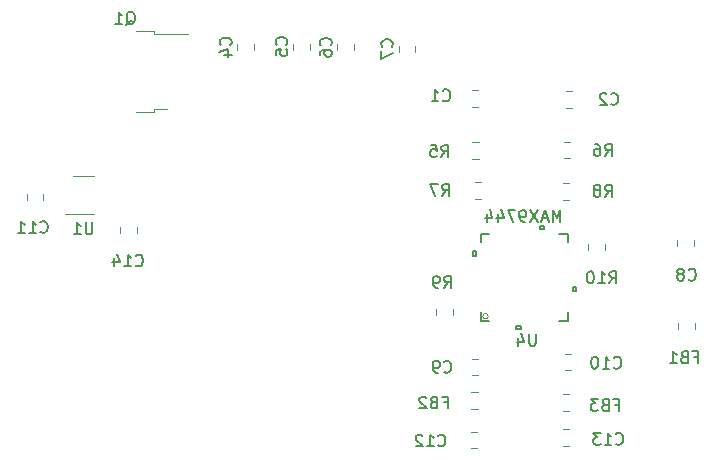
<source format=gbr>
G04 #@! TF.GenerationSoftware,KiCad,Pcbnew,(5.1.6)-1*
G04 #@! TF.CreationDate,2021-07-19T19:51:57-05:00*
G04 #@! TF.ProjectId,SimpleBuildSoundsAmp,53696d70-6c65-4427-9569-6c64536f756e,rev?*
G04 #@! TF.SameCoordinates,Original*
G04 #@! TF.FileFunction,Legend,Bot*
G04 #@! TF.FilePolarity,Positive*
%FSLAX46Y46*%
G04 Gerber Fmt 4.6, Leading zero omitted, Abs format (unit mm)*
G04 Created by KiCad (PCBNEW (5.1.6)-1) date 2021-07-19 19:51:57*
%MOMM*%
%LPD*%
G01*
G04 APERTURE LIST*
%ADD10C,0.120000*%
%ADD11C,0.152400*%
%ADD12C,0.150000*%
G04 APERTURE END LIST*
D10*
X181636252Y-55165000D02*
X181113748Y-55165000D01*
X181636252Y-56585000D02*
X181113748Y-56585000D01*
X189113748Y-55240000D02*
X189636252Y-55240000D01*
X189113748Y-56660000D02*
X189636252Y-56660000D01*
X162685000Y-51263748D02*
X162685000Y-51786252D01*
X161265000Y-51263748D02*
X161265000Y-51786252D01*
X167410000Y-51238748D02*
X167410000Y-51761252D01*
X165990000Y-51238748D02*
X165990000Y-51761252D01*
X169740000Y-51288748D02*
X169740000Y-51811252D01*
X171160000Y-51288748D02*
X171160000Y-51811252D01*
X176335000Y-51413748D02*
X176335000Y-51936252D01*
X174915000Y-51413748D02*
X174915000Y-51936252D01*
X198515000Y-67863748D02*
X198515000Y-68386252D01*
X199935000Y-67863748D02*
X199935000Y-68386252D01*
X181113748Y-79335000D02*
X181636252Y-79335000D01*
X181113748Y-77915000D02*
X181636252Y-77915000D01*
X188963748Y-77490000D02*
X189486252Y-77490000D01*
X188963748Y-78910000D02*
X189486252Y-78910000D01*
X181013748Y-85510000D02*
X181536252Y-85510000D01*
X181013748Y-84090000D02*
X181536252Y-84090000D01*
X188863748Y-85310000D02*
X189386252Y-85310000D01*
X188863748Y-83890000D02*
X189386252Y-83890000D01*
X198590000Y-74913748D02*
X198590000Y-75436252D01*
X200010000Y-74913748D02*
X200010000Y-75436252D01*
X181088748Y-82160000D02*
X181611252Y-82160000D01*
X181088748Y-80740000D02*
X181611252Y-80740000D01*
X188863748Y-80890000D02*
X189386252Y-80890000D01*
X188863748Y-82310000D02*
X189386252Y-82310000D01*
X154220000Y-56780000D02*
X155320000Y-56780000D01*
X154220000Y-57050000D02*
X154220000Y-56780000D01*
X152720000Y-57050000D02*
X154220000Y-57050000D01*
X154220000Y-50420000D02*
X157050000Y-50420000D01*
X154220000Y-50150000D02*
X154220000Y-50420000D01*
X152720000Y-50150000D02*
X154220000Y-50150000D01*
X181163748Y-61035000D02*
X181686252Y-61035000D01*
X181163748Y-59615000D02*
X181686252Y-59615000D01*
X189436252Y-60960000D02*
X188913748Y-60960000D01*
X189436252Y-59540000D02*
X188913748Y-59540000D01*
X181911252Y-62940000D02*
X181388748Y-62940000D01*
X181911252Y-64360000D02*
X181388748Y-64360000D01*
X188813748Y-63040000D02*
X189336252Y-63040000D01*
X188813748Y-64460000D02*
X189336252Y-64460000D01*
X178090000Y-73738748D02*
X178090000Y-74261252D01*
X179510000Y-73738748D02*
X179510000Y-74261252D01*
X190965000Y-68711252D02*
X190965000Y-68188748D01*
X192385000Y-68711252D02*
X192385000Y-68188748D01*
D11*
X185240501Y-75139800D02*
X184859501Y-75139800D01*
X185240501Y-75393800D02*
X185240501Y-75139800D01*
X184859501Y-75393800D02*
X185240501Y-75393800D01*
X184859501Y-75139800D02*
X184859501Y-75393800D01*
X189664800Y-72215501D02*
X189918800Y-72215501D01*
X189664800Y-71834501D02*
X189664800Y-72215501D01*
X189918800Y-71834501D02*
X189664800Y-71834501D01*
X189918800Y-72215501D02*
X189918800Y-71834501D01*
X187240500Y-66910200D02*
X186859500Y-66910200D01*
X187240500Y-66656200D02*
X187240500Y-66910200D01*
X186859500Y-66656200D02*
X187240500Y-66656200D01*
X186859500Y-66910200D02*
X186859500Y-66656200D01*
X181435200Y-69215499D02*
X181181200Y-69215499D01*
X181435200Y-68834499D02*
X181435200Y-69215499D01*
X181181200Y-68834499D02*
X181435200Y-68834499D01*
X181181200Y-69215499D02*
X181181200Y-68834499D01*
X182590260Y-74708000D02*
X181867000Y-74708000D01*
X189233000Y-73984740D02*
X189233000Y-74708000D01*
X188509740Y-67342000D02*
X189233000Y-67342000D01*
X181867000Y-68065260D02*
X181867000Y-67342000D01*
X181867000Y-74708000D02*
X181867000Y-73984740D01*
X189233000Y-74708000D02*
X188509740Y-74708000D01*
X189233000Y-67342000D02*
X189233000Y-68065260D01*
X181867000Y-67342000D02*
X182590260Y-67342000D01*
D10*
X182501455Y-74324460D02*
G75*
G03*
X182501455Y-74324460I-230595J0D01*
G01*
X143415000Y-64486252D02*
X143415000Y-63963748D01*
X144835000Y-64486252D02*
X144835000Y-63963748D01*
X152785000Y-67261252D02*
X152785000Y-66738748D01*
X151365000Y-67261252D02*
X151365000Y-66738748D01*
X149125000Y-65635000D02*
X146675000Y-65635000D01*
X147325000Y-62415000D02*
X149125000Y-62415000D01*
D12*
X178666666Y-56032142D02*
X178714285Y-56079761D01*
X178857142Y-56127380D01*
X178952380Y-56127380D01*
X179095238Y-56079761D01*
X179190476Y-55984523D01*
X179238095Y-55889285D01*
X179285714Y-55698809D01*
X179285714Y-55555952D01*
X179238095Y-55365476D01*
X179190476Y-55270238D01*
X179095238Y-55175000D01*
X178952380Y-55127380D01*
X178857142Y-55127380D01*
X178714285Y-55175000D01*
X178666666Y-55222619D01*
X177714285Y-56127380D02*
X178285714Y-56127380D01*
X178000000Y-56127380D02*
X178000000Y-55127380D01*
X178095238Y-55270238D01*
X178190476Y-55365476D01*
X178285714Y-55413095D01*
X192891666Y-56332142D02*
X192939285Y-56379761D01*
X193082142Y-56427380D01*
X193177380Y-56427380D01*
X193320238Y-56379761D01*
X193415476Y-56284523D01*
X193463095Y-56189285D01*
X193510714Y-55998809D01*
X193510714Y-55855952D01*
X193463095Y-55665476D01*
X193415476Y-55570238D01*
X193320238Y-55475000D01*
X193177380Y-55427380D01*
X193082142Y-55427380D01*
X192939285Y-55475000D01*
X192891666Y-55522619D01*
X192510714Y-55522619D02*
X192463095Y-55475000D01*
X192367857Y-55427380D01*
X192129761Y-55427380D01*
X192034523Y-55475000D01*
X191986904Y-55522619D01*
X191939285Y-55617857D01*
X191939285Y-55713095D01*
X191986904Y-55855952D01*
X192558333Y-56427380D01*
X191939285Y-56427380D01*
X160682142Y-51358333D02*
X160729761Y-51310714D01*
X160777380Y-51167857D01*
X160777380Y-51072619D01*
X160729761Y-50929761D01*
X160634523Y-50834523D01*
X160539285Y-50786904D01*
X160348809Y-50739285D01*
X160205952Y-50739285D01*
X160015476Y-50786904D01*
X159920238Y-50834523D01*
X159825000Y-50929761D01*
X159777380Y-51072619D01*
X159777380Y-51167857D01*
X159825000Y-51310714D01*
X159872619Y-51358333D01*
X160110714Y-52215476D02*
X160777380Y-52215476D01*
X159729761Y-51977380D02*
X160444047Y-51739285D01*
X160444047Y-52358333D01*
X165407142Y-51333333D02*
X165454761Y-51285714D01*
X165502380Y-51142857D01*
X165502380Y-51047619D01*
X165454761Y-50904761D01*
X165359523Y-50809523D01*
X165264285Y-50761904D01*
X165073809Y-50714285D01*
X164930952Y-50714285D01*
X164740476Y-50761904D01*
X164645238Y-50809523D01*
X164550000Y-50904761D01*
X164502380Y-51047619D01*
X164502380Y-51142857D01*
X164550000Y-51285714D01*
X164597619Y-51333333D01*
X164502380Y-52238095D02*
X164502380Y-51761904D01*
X164978571Y-51714285D01*
X164930952Y-51761904D01*
X164883333Y-51857142D01*
X164883333Y-52095238D01*
X164930952Y-52190476D01*
X164978571Y-52238095D01*
X165073809Y-52285714D01*
X165311904Y-52285714D01*
X165407142Y-52238095D01*
X165454761Y-52190476D01*
X165502380Y-52095238D01*
X165502380Y-51857142D01*
X165454761Y-51761904D01*
X165407142Y-51714285D01*
X169157142Y-51383333D02*
X169204761Y-51335714D01*
X169252380Y-51192857D01*
X169252380Y-51097619D01*
X169204761Y-50954761D01*
X169109523Y-50859523D01*
X169014285Y-50811904D01*
X168823809Y-50764285D01*
X168680952Y-50764285D01*
X168490476Y-50811904D01*
X168395238Y-50859523D01*
X168300000Y-50954761D01*
X168252380Y-51097619D01*
X168252380Y-51192857D01*
X168300000Y-51335714D01*
X168347619Y-51383333D01*
X168252380Y-52240476D02*
X168252380Y-52050000D01*
X168300000Y-51954761D01*
X168347619Y-51907142D01*
X168490476Y-51811904D01*
X168680952Y-51764285D01*
X169061904Y-51764285D01*
X169157142Y-51811904D01*
X169204761Y-51859523D01*
X169252380Y-51954761D01*
X169252380Y-52145238D01*
X169204761Y-52240476D01*
X169157142Y-52288095D01*
X169061904Y-52335714D01*
X168823809Y-52335714D01*
X168728571Y-52288095D01*
X168680952Y-52240476D01*
X168633333Y-52145238D01*
X168633333Y-51954761D01*
X168680952Y-51859523D01*
X168728571Y-51811904D01*
X168823809Y-51764285D01*
X174332142Y-51508333D02*
X174379761Y-51460714D01*
X174427380Y-51317857D01*
X174427380Y-51222619D01*
X174379761Y-51079761D01*
X174284523Y-50984523D01*
X174189285Y-50936904D01*
X173998809Y-50889285D01*
X173855952Y-50889285D01*
X173665476Y-50936904D01*
X173570238Y-50984523D01*
X173475000Y-51079761D01*
X173427380Y-51222619D01*
X173427380Y-51317857D01*
X173475000Y-51460714D01*
X173522619Y-51508333D01*
X173427380Y-51841666D02*
X173427380Y-52508333D01*
X174427380Y-52079761D01*
X199466666Y-71207142D02*
X199514285Y-71254761D01*
X199657142Y-71302380D01*
X199752380Y-71302380D01*
X199895238Y-71254761D01*
X199990476Y-71159523D01*
X200038095Y-71064285D01*
X200085714Y-70873809D01*
X200085714Y-70730952D01*
X200038095Y-70540476D01*
X199990476Y-70445238D01*
X199895238Y-70350000D01*
X199752380Y-70302380D01*
X199657142Y-70302380D01*
X199514285Y-70350000D01*
X199466666Y-70397619D01*
X198895238Y-70730952D02*
X198990476Y-70683333D01*
X199038095Y-70635714D01*
X199085714Y-70540476D01*
X199085714Y-70492857D01*
X199038095Y-70397619D01*
X198990476Y-70350000D01*
X198895238Y-70302380D01*
X198704761Y-70302380D01*
X198609523Y-70350000D01*
X198561904Y-70397619D01*
X198514285Y-70492857D01*
X198514285Y-70540476D01*
X198561904Y-70635714D01*
X198609523Y-70683333D01*
X198704761Y-70730952D01*
X198895238Y-70730952D01*
X198990476Y-70778571D01*
X199038095Y-70826190D01*
X199085714Y-70921428D01*
X199085714Y-71111904D01*
X199038095Y-71207142D01*
X198990476Y-71254761D01*
X198895238Y-71302380D01*
X198704761Y-71302380D01*
X198609523Y-71254761D01*
X198561904Y-71207142D01*
X198514285Y-71111904D01*
X198514285Y-70921428D01*
X198561904Y-70826190D01*
X198609523Y-70778571D01*
X198704761Y-70730952D01*
X178766666Y-79007142D02*
X178814285Y-79054761D01*
X178957142Y-79102380D01*
X179052380Y-79102380D01*
X179195238Y-79054761D01*
X179290476Y-78959523D01*
X179338095Y-78864285D01*
X179385714Y-78673809D01*
X179385714Y-78530952D01*
X179338095Y-78340476D01*
X179290476Y-78245238D01*
X179195238Y-78150000D01*
X179052380Y-78102380D01*
X178957142Y-78102380D01*
X178814285Y-78150000D01*
X178766666Y-78197619D01*
X178290476Y-79102380D02*
X178100000Y-79102380D01*
X178004761Y-79054761D01*
X177957142Y-79007142D01*
X177861904Y-78864285D01*
X177814285Y-78673809D01*
X177814285Y-78292857D01*
X177861904Y-78197619D01*
X177909523Y-78150000D01*
X178004761Y-78102380D01*
X178195238Y-78102380D01*
X178290476Y-78150000D01*
X178338095Y-78197619D01*
X178385714Y-78292857D01*
X178385714Y-78530952D01*
X178338095Y-78626190D01*
X178290476Y-78673809D01*
X178195238Y-78721428D01*
X178004761Y-78721428D01*
X177909523Y-78673809D01*
X177861904Y-78626190D01*
X177814285Y-78530952D01*
X193142857Y-78657142D02*
X193190476Y-78704761D01*
X193333333Y-78752380D01*
X193428571Y-78752380D01*
X193571428Y-78704761D01*
X193666666Y-78609523D01*
X193714285Y-78514285D01*
X193761904Y-78323809D01*
X193761904Y-78180952D01*
X193714285Y-77990476D01*
X193666666Y-77895238D01*
X193571428Y-77800000D01*
X193428571Y-77752380D01*
X193333333Y-77752380D01*
X193190476Y-77800000D01*
X193142857Y-77847619D01*
X192190476Y-78752380D02*
X192761904Y-78752380D01*
X192476190Y-78752380D02*
X192476190Y-77752380D01*
X192571428Y-77895238D01*
X192666666Y-77990476D01*
X192761904Y-78038095D01*
X191571428Y-77752380D02*
X191476190Y-77752380D01*
X191380952Y-77800000D01*
X191333333Y-77847619D01*
X191285714Y-77942857D01*
X191238095Y-78133333D01*
X191238095Y-78371428D01*
X191285714Y-78561904D01*
X191333333Y-78657142D01*
X191380952Y-78704761D01*
X191476190Y-78752380D01*
X191571428Y-78752380D01*
X191666666Y-78704761D01*
X191714285Y-78657142D01*
X191761904Y-78561904D01*
X191809523Y-78371428D01*
X191809523Y-78133333D01*
X191761904Y-77942857D01*
X191714285Y-77847619D01*
X191666666Y-77800000D01*
X191571428Y-77752380D01*
X178267857Y-85257142D02*
X178315476Y-85304761D01*
X178458333Y-85352380D01*
X178553571Y-85352380D01*
X178696428Y-85304761D01*
X178791666Y-85209523D01*
X178839285Y-85114285D01*
X178886904Y-84923809D01*
X178886904Y-84780952D01*
X178839285Y-84590476D01*
X178791666Y-84495238D01*
X178696428Y-84400000D01*
X178553571Y-84352380D01*
X178458333Y-84352380D01*
X178315476Y-84400000D01*
X178267857Y-84447619D01*
X177315476Y-85352380D02*
X177886904Y-85352380D01*
X177601190Y-85352380D02*
X177601190Y-84352380D01*
X177696428Y-84495238D01*
X177791666Y-84590476D01*
X177886904Y-84638095D01*
X176934523Y-84447619D02*
X176886904Y-84400000D01*
X176791666Y-84352380D01*
X176553571Y-84352380D01*
X176458333Y-84400000D01*
X176410714Y-84447619D01*
X176363095Y-84542857D01*
X176363095Y-84638095D01*
X176410714Y-84780952D01*
X176982142Y-85352380D01*
X176363095Y-85352380D01*
X193317857Y-85107142D02*
X193365476Y-85154761D01*
X193508333Y-85202380D01*
X193603571Y-85202380D01*
X193746428Y-85154761D01*
X193841666Y-85059523D01*
X193889285Y-84964285D01*
X193936904Y-84773809D01*
X193936904Y-84630952D01*
X193889285Y-84440476D01*
X193841666Y-84345238D01*
X193746428Y-84250000D01*
X193603571Y-84202380D01*
X193508333Y-84202380D01*
X193365476Y-84250000D01*
X193317857Y-84297619D01*
X192365476Y-85202380D02*
X192936904Y-85202380D01*
X192651190Y-85202380D02*
X192651190Y-84202380D01*
X192746428Y-84345238D01*
X192841666Y-84440476D01*
X192936904Y-84488095D01*
X192032142Y-84202380D02*
X191413095Y-84202380D01*
X191746428Y-84583333D01*
X191603571Y-84583333D01*
X191508333Y-84630952D01*
X191460714Y-84678571D01*
X191413095Y-84773809D01*
X191413095Y-85011904D01*
X191460714Y-85107142D01*
X191508333Y-85154761D01*
X191603571Y-85202380D01*
X191889285Y-85202380D01*
X191984523Y-85154761D01*
X192032142Y-85107142D01*
X199933333Y-77778571D02*
X200266666Y-77778571D01*
X200266666Y-78302380D02*
X200266666Y-77302380D01*
X199790476Y-77302380D01*
X199076190Y-77778571D02*
X198933333Y-77826190D01*
X198885714Y-77873809D01*
X198838095Y-77969047D01*
X198838095Y-78111904D01*
X198885714Y-78207142D01*
X198933333Y-78254761D01*
X199028571Y-78302380D01*
X199409523Y-78302380D01*
X199409523Y-77302380D01*
X199076190Y-77302380D01*
X198980952Y-77350000D01*
X198933333Y-77397619D01*
X198885714Y-77492857D01*
X198885714Y-77588095D01*
X198933333Y-77683333D01*
X198980952Y-77730952D01*
X199076190Y-77778571D01*
X199409523Y-77778571D01*
X197885714Y-78302380D02*
X198457142Y-78302380D01*
X198171428Y-78302380D02*
X198171428Y-77302380D01*
X198266666Y-77445238D01*
X198361904Y-77540476D01*
X198457142Y-77588095D01*
X178733333Y-81603571D02*
X179066666Y-81603571D01*
X179066666Y-82127380D02*
X179066666Y-81127380D01*
X178590476Y-81127380D01*
X177876190Y-81603571D02*
X177733333Y-81651190D01*
X177685714Y-81698809D01*
X177638095Y-81794047D01*
X177638095Y-81936904D01*
X177685714Y-82032142D01*
X177733333Y-82079761D01*
X177828571Y-82127380D01*
X178209523Y-82127380D01*
X178209523Y-81127380D01*
X177876190Y-81127380D01*
X177780952Y-81175000D01*
X177733333Y-81222619D01*
X177685714Y-81317857D01*
X177685714Y-81413095D01*
X177733333Y-81508333D01*
X177780952Y-81555952D01*
X177876190Y-81603571D01*
X178209523Y-81603571D01*
X177257142Y-81222619D02*
X177209523Y-81175000D01*
X177114285Y-81127380D01*
X176876190Y-81127380D01*
X176780952Y-81175000D01*
X176733333Y-81222619D01*
X176685714Y-81317857D01*
X176685714Y-81413095D01*
X176733333Y-81555952D01*
X177304761Y-82127380D01*
X176685714Y-82127380D01*
X193233333Y-81803571D02*
X193566666Y-81803571D01*
X193566666Y-82327380D02*
X193566666Y-81327380D01*
X193090476Y-81327380D01*
X192376190Y-81803571D02*
X192233333Y-81851190D01*
X192185714Y-81898809D01*
X192138095Y-81994047D01*
X192138095Y-82136904D01*
X192185714Y-82232142D01*
X192233333Y-82279761D01*
X192328571Y-82327380D01*
X192709523Y-82327380D01*
X192709523Y-81327380D01*
X192376190Y-81327380D01*
X192280952Y-81375000D01*
X192233333Y-81422619D01*
X192185714Y-81517857D01*
X192185714Y-81613095D01*
X192233333Y-81708333D01*
X192280952Y-81755952D01*
X192376190Y-81803571D01*
X192709523Y-81803571D01*
X191804761Y-81327380D02*
X191185714Y-81327380D01*
X191519047Y-81708333D01*
X191376190Y-81708333D01*
X191280952Y-81755952D01*
X191233333Y-81803571D01*
X191185714Y-81898809D01*
X191185714Y-82136904D01*
X191233333Y-82232142D01*
X191280952Y-82279761D01*
X191376190Y-82327380D01*
X191661904Y-82327380D01*
X191757142Y-82279761D01*
X191804761Y-82232142D01*
X151845238Y-49647619D02*
X151940476Y-49600000D01*
X152035714Y-49504761D01*
X152178571Y-49361904D01*
X152273809Y-49314285D01*
X152369047Y-49314285D01*
X152321428Y-49552380D02*
X152416666Y-49504761D01*
X152511904Y-49409523D01*
X152559523Y-49219047D01*
X152559523Y-48885714D01*
X152511904Y-48695238D01*
X152416666Y-48600000D01*
X152321428Y-48552380D01*
X152130952Y-48552380D01*
X152035714Y-48600000D01*
X151940476Y-48695238D01*
X151892857Y-48885714D01*
X151892857Y-49219047D01*
X151940476Y-49409523D01*
X152035714Y-49504761D01*
X152130952Y-49552380D01*
X152321428Y-49552380D01*
X150940476Y-49552380D02*
X151511904Y-49552380D01*
X151226190Y-49552380D02*
X151226190Y-48552380D01*
X151321428Y-48695238D01*
X151416666Y-48790476D01*
X151511904Y-48838095D01*
X178541666Y-60827380D02*
X178875000Y-60351190D01*
X179113095Y-60827380D02*
X179113095Y-59827380D01*
X178732142Y-59827380D01*
X178636904Y-59875000D01*
X178589285Y-59922619D01*
X178541666Y-60017857D01*
X178541666Y-60160714D01*
X178589285Y-60255952D01*
X178636904Y-60303571D01*
X178732142Y-60351190D01*
X179113095Y-60351190D01*
X177636904Y-59827380D02*
X178113095Y-59827380D01*
X178160714Y-60303571D01*
X178113095Y-60255952D01*
X178017857Y-60208333D01*
X177779761Y-60208333D01*
X177684523Y-60255952D01*
X177636904Y-60303571D01*
X177589285Y-60398809D01*
X177589285Y-60636904D01*
X177636904Y-60732142D01*
X177684523Y-60779761D01*
X177779761Y-60827380D01*
X178017857Y-60827380D01*
X178113095Y-60779761D01*
X178160714Y-60732142D01*
X192391666Y-60752380D02*
X192725000Y-60276190D01*
X192963095Y-60752380D02*
X192963095Y-59752380D01*
X192582142Y-59752380D01*
X192486904Y-59800000D01*
X192439285Y-59847619D01*
X192391666Y-59942857D01*
X192391666Y-60085714D01*
X192439285Y-60180952D01*
X192486904Y-60228571D01*
X192582142Y-60276190D01*
X192963095Y-60276190D01*
X191534523Y-59752380D02*
X191725000Y-59752380D01*
X191820238Y-59800000D01*
X191867857Y-59847619D01*
X191963095Y-59990476D01*
X192010714Y-60180952D01*
X192010714Y-60561904D01*
X191963095Y-60657142D01*
X191915476Y-60704761D01*
X191820238Y-60752380D01*
X191629761Y-60752380D01*
X191534523Y-60704761D01*
X191486904Y-60657142D01*
X191439285Y-60561904D01*
X191439285Y-60323809D01*
X191486904Y-60228571D01*
X191534523Y-60180952D01*
X191629761Y-60133333D01*
X191820238Y-60133333D01*
X191915476Y-60180952D01*
X191963095Y-60228571D01*
X192010714Y-60323809D01*
X178591666Y-64127380D02*
X178925000Y-63651190D01*
X179163095Y-64127380D02*
X179163095Y-63127380D01*
X178782142Y-63127380D01*
X178686904Y-63175000D01*
X178639285Y-63222619D01*
X178591666Y-63317857D01*
X178591666Y-63460714D01*
X178639285Y-63555952D01*
X178686904Y-63603571D01*
X178782142Y-63651190D01*
X179163095Y-63651190D01*
X178258333Y-63127380D02*
X177591666Y-63127380D01*
X178020238Y-64127380D01*
X192391666Y-64202380D02*
X192725000Y-63726190D01*
X192963095Y-64202380D02*
X192963095Y-63202380D01*
X192582142Y-63202380D01*
X192486904Y-63250000D01*
X192439285Y-63297619D01*
X192391666Y-63392857D01*
X192391666Y-63535714D01*
X192439285Y-63630952D01*
X192486904Y-63678571D01*
X192582142Y-63726190D01*
X192963095Y-63726190D01*
X191820238Y-63630952D02*
X191915476Y-63583333D01*
X191963095Y-63535714D01*
X192010714Y-63440476D01*
X192010714Y-63392857D01*
X191963095Y-63297619D01*
X191915476Y-63250000D01*
X191820238Y-63202380D01*
X191629761Y-63202380D01*
X191534523Y-63250000D01*
X191486904Y-63297619D01*
X191439285Y-63392857D01*
X191439285Y-63440476D01*
X191486904Y-63535714D01*
X191534523Y-63583333D01*
X191629761Y-63630952D01*
X191820238Y-63630952D01*
X191915476Y-63678571D01*
X191963095Y-63726190D01*
X192010714Y-63821428D01*
X192010714Y-64011904D01*
X191963095Y-64107142D01*
X191915476Y-64154761D01*
X191820238Y-64202380D01*
X191629761Y-64202380D01*
X191534523Y-64154761D01*
X191486904Y-64107142D01*
X191439285Y-64011904D01*
X191439285Y-63821428D01*
X191486904Y-63726190D01*
X191534523Y-63678571D01*
X191629761Y-63630952D01*
X178766666Y-71927380D02*
X179100000Y-71451190D01*
X179338095Y-71927380D02*
X179338095Y-70927380D01*
X178957142Y-70927380D01*
X178861904Y-70975000D01*
X178814285Y-71022619D01*
X178766666Y-71117857D01*
X178766666Y-71260714D01*
X178814285Y-71355952D01*
X178861904Y-71403571D01*
X178957142Y-71451190D01*
X179338095Y-71451190D01*
X178290476Y-71927380D02*
X178100000Y-71927380D01*
X178004761Y-71879761D01*
X177957142Y-71832142D01*
X177861904Y-71689285D01*
X177814285Y-71498809D01*
X177814285Y-71117857D01*
X177861904Y-71022619D01*
X177909523Y-70975000D01*
X178004761Y-70927380D01*
X178195238Y-70927380D01*
X178290476Y-70975000D01*
X178338095Y-71022619D01*
X178385714Y-71117857D01*
X178385714Y-71355952D01*
X178338095Y-71451190D01*
X178290476Y-71498809D01*
X178195238Y-71546428D01*
X178004761Y-71546428D01*
X177909523Y-71498809D01*
X177861904Y-71451190D01*
X177814285Y-71355952D01*
X192767857Y-71527380D02*
X193101190Y-71051190D01*
X193339285Y-71527380D02*
X193339285Y-70527380D01*
X192958333Y-70527380D01*
X192863095Y-70575000D01*
X192815476Y-70622619D01*
X192767857Y-70717857D01*
X192767857Y-70860714D01*
X192815476Y-70955952D01*
X192863095Y-71003571D01*
X192958333Y-71051190D01*
X193339285Y-71051190D01*
X191815476Y-71527380D02*
X192386904Y-71527380D01*
X192101190Y-71527380D02*
X192101190Y-70527380D01*
X192196428Y-70670238D01*
X192291666Y-70765476D01*
X192386904Y-70813095D01*
X191196428Y-70527380D02*
X191101190Y-70527380D01*
X191005952Y-70575000D01*
X190958333Y-70622619D01*
X190910714Y-70717857D01*
X190863095Y-70908333D01*
X190863095Y-71146428D01*
X190910714Y-71336904D01*
X190958333Y-71432142D01*
X191005952Y-71479761D01*
X191101190Y-71527380D01*
X191196428Y-71527380D01*
X191291666Y-71479761D01*
X191339285Y-71432142D01*
X191386904Y-71336904D01*
X191434523Y-71146428D01*
X191434523Y-70908333D01*
X191386904Y-70717857D01*
X191339285Y-70622619D01*
X191291666Y-70575000D01*
X191196428Y-70527380D01*
X186537964Y-75806300D02*
X186537964Y-76615824D01*
X186490345Y-76711062D01*
X186442726Y-76758681D01*
X186347488Y-76806300D01*
X186157012Y-76806300D01*
X186061774Y-76758681D01*
X186014155Y-76711062D01*
X185966536Y-76615824D01*
X185966536Y-75806300D01*
X185061774Y-76139634D02*
X185061774Y-76806300D01*
X185299869Y-75758681D02*
X185537964Y-76472967D01*
X184918917Y-76472967D01*
X188621737Y-66336420D02*
X188621737Y-65336420D01*
X188288403Y-66050706D01*
X187955070Y-65336420D01*
X187955070Y-66336420D01*
X187526499Y-66050706D02*
X187050308Y-66050706D01*
X187621737Y-66336420D02*
X187288403Y-65336420D01*
X186955070Y-66336420D01*
X186716975Y-65336420D02*
X186050308Y-66336420D01*
X186050308Y-65336420D02*
X186716975Y-66336420D01*
X185621737Y-66336420D02*
X185431260Y-66336420D01*
X185336022Y-66288801D01*
X185288403Y-66241182D01*
X185193165Y-66098325D01*
X185145546Y-65907849D01*
X185145546Y-65526897D01*
X185193165Y-65431659D01*
X185240784Y-65384040D01*
X185336022Y-65336420D01*
X185526499Y-65336420D01*
X185621737Y-65384040D01*
X185669356Y-65431659D01*
X185716975Y-65526897D01*
X185716975Y-65764992D01*
X185669356Y-65860230D01*
X185621737Y-65907849D01*
X185526499Y-65955468D01*
X185336022Y-65955468D01*
X185240784Y-65907849D01*
X185193165Y-65860230D01*
X185145546Y-65764992D01*
X184812213Y-65336420D02*
X184145546Y-65336420D01*
X184574118Y-66336420D01*
X183336022Y-65669754D02*
X183336022Y-66336420D01*
X183574118Y-65288801D02*
X183812213Y-66003087D01*
X183193165Y-66003087D01*
X182383641Y-65669754D02*
X182383641Y-66336420D01*
X182621737Y-65288801D02*
X182859832Y-66003087D01*
X182240784Y-66003087D01*
X144592857Y-67182142D02*
X144640476Y-67229761D01*
X144783333Y-67277380D01*
X144878571Y-67277380D01*
X145021428Y-67229761D01*
X145116666Y-67134523D01*
X145164285Y-67039285D01*
X145211904Y-66848809D01*
X145211904Y-66705952D01*
X145164285Y-66515476D01*
X145116666Y-66420238D01*
X145021428Y-66325000D01*
X144878571Y-66277380D01*
X144783333Y-66277380D01*
X144640476Y-66325000D01*
X144592857Y-66372619D01*
X143640476Y-67277380D02*
X144211904Y-67277380D01*
X143926190Y-67277380D02*
X143926190Y-66277380D01*
X144021428Y-66420238D01*
X144116666Y-66515476D01*
X144211904Y-66563095D01*
X142688095Y-67277380D02*
X143259523Y-67277380D01*
X142973809Y-67277380D02*
X142973809Y-66277380D01*
X143069047Y-66420238D01*
X143164285Y-66515476D01*
X143259523Y-66563095D01*
X152642857Y-70007142D02*
X152690476Y-70054761D01*
X152833333Y-70102380D01*
X152928571Y-70102380D01*
X153071428Y-70054761D01*
X153166666Y-69959523D01*
X153214285Y-69864285D01*
X153261904Y-69673809D01*
X153261904Y-69530952D01*
X153214285Y-69340476D01*
X153166666Y-69245238D01*
X153071428Y-69150000D01*
X152928571Y-69102380D01*
X152833333Y-69102380D01*
X152690476Y-69150000D01*
X152642857Y-69197619D01*
X151690476Y-70102380D02*
X152261904Y-70102380D01*
X151976190Y-70102380D02*
X151976190Y-69102380D01*
X152071428Y-69245238D01*
X152166666Y-69340476D01*
X152261904Y-69388095D01*
X150833333Y-69435714D02*
X150833333Y-70102380D01*
X151071428Y-69054761D02*
X151309523Y-69769047D01*
X150690476Y-69769047D01*
X148986904Y-66377380D02*
X148986904Y-67186904D01*
X148939285Y-67282142D01*
X148891666Y-67329761D01*
X148796428Y-67377380D01*
X148605952Y-67377380D01*
X148510714Y-67329761D01*
X148463095Y-67282142D01*
X148415476Y-67186904D01*
X148415476Y-66377380D01*
X147415476Y-67377380D02*
X147986904Y-67377380D01*
X147701190Y-67377380D02*
X147701190Y-66377380D01*
X147796428Y-66520238D01*
X147891666Y-66615476D01*
X147986904Y-66663095D01*
M02*

</source>
